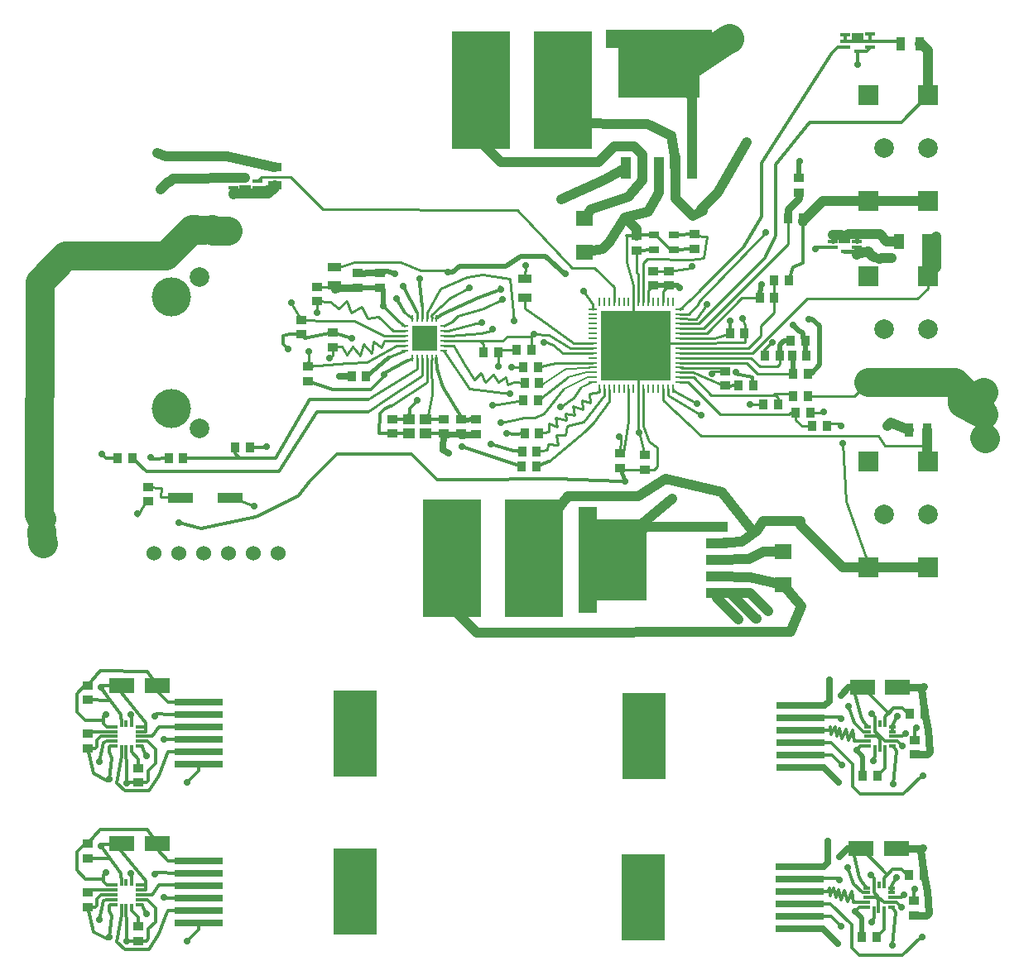
<source format=gtl>
G04 (created by PCBNEW (2013-jul-07)-stable) date Tue 21 Jul 2015 08:48:36 PM PDT*
%MOIN*%
G04 Gerber Fmt 3.4, Leading zero omitted, Abs format*
%FSLAX34Y34*%
G01*
G70*
G90*
G04 APERTURE LIST*
%ADD10C,0.00590551*%
%ADD11R,0.1024X0.063*%
%ADD12R,0.0354X0.0394*%
%ADD13R,0.0394X0.0354*%
%ADD14R,0.19685X0.0299213*%
%ADD15R,0.177165X0.346457*%
%ADD16R,0.0314961X0.011811*%
%ADD17R,0.011811X0.0314961*%
%ADD18R,0.0472441X0.0433071*%
%ADD19C,0.06*%
%ADD20R,0.1X0.039*%
%ADD21R,0.0393701X0.0314961*%
%ADD22R,0.00984252X0.0334646*%
%ADD23R,0.0334646X0.00984252*%
%ADD24R,0.281496X0.281496*%
%ADD25R,0.055X0.035*%
%ADD26R,0.035X0.055*%
%ADD27R,0.23622X0.472441*%
%ADD28R,0.0661417X0.0598425*%
%ADD29R,0.0394X0.0591*%
%ADD30R,0.0394X0.061*%
%ADD31C,0.15748*%
%ADD32C,0.0787402*%
%ADD33R,0.0307087X0.015748*%
%ADD34R,0.0472441X0.0393701*%
%ADD35R,0.0393701X0.0137795*%
%ADD36C,0.019685*%
%ADD37R,0.0984X0.0984*%
%ADD38O,0.0098X0.0315*%
%ADD39O,0.0315X0.0098*%
%ADD40C,0.023622*%
%ADD41C,0.0787*%
%ADD42R,0.0787X0.0787*%
%ADD43C,0.0307087*%
%ADD44R,0.425197X0.0751968*%
%ADD45R,0.042126X0.0850394*%
%ADD46R,0.327953X0.275197*%
%ADD47R,0.0751968X0.425197*%
%ADD48R,0.0850394X0.042126*%
%ADD49R,0.275197X0.327953*%
%ADD50C,0.0275591*%
%ADD51C,0.0393701*%
%ADD52C,0.00984252*%
%ADD53C,0.011811*%
%ADD54C,0.0314961*%
%ADD55C,0.019685*%
%ADD56C,0.0275591*%
%ADD57C,0.015748*%
%ADD58C,0.00787402*%
%ADD59C,0.0137795*%
%ADD60C,0.11811*%
%ADD61C,0.023622*%
G04 APERTURE END LIST*
G54D10*
G54D11*
X66928Y-53543D03*
X68346Y-53543D03*
G54D12*
X69429Y-54606D03*
X68837Y-54606D03*
X66948Y-57086D03*
X67540Y-57086D03*
G54D13*
X69055Y-56240D03*
X69055Y-55648D03*
G54D14*
X64448Y-56761D03*
X64448Y-55761D03*
X64448Y-54761D03*
X64448Y-55261D03*
X64448Y-54261D03*
X64448Y-56261D03*
G54D15*
X58129Y-55511D03*
G54D16*
X67135Y-55314D03*
X67135Y-55118D03*
X68139Y-55118D03*
X67135Y-55509D03*
X67135Y-55708D03*
X67135Y-55905D03*
G54D17*
X67440Y-56013D03*
X67624Y-56013D03*
X67834Y-56013D03*
G54D16*
X68139Y-55905D03*
X68139Y-55708D03*
X68139Y-55509D03*
X68139Y-55314D03*
G54D17*
X67834Y-55009D03*
X67631Y-55009D03*
X67440Y-55009D03*
G54D11*
X38571Y-53346D03*
X37153Y-53346D03*
G54D13*
X35783Y-53921D03*
X35783Y-53329D03*
X37818Y-57260D03*
X37818Y-56668D03*
X35787Y-55886D03*
X35787Y-55294D03*
G54D14*
X40236Y-54025D03*
X40236Y-55025D03*
X40236Y-56025D03*
X40236Y-55525D03*
X40236Y-56525D03*
X40236Y-54525D03*
G54D15*
X46555Y-55275D03*
G54D16*
X36830Y-55196D03*
X36830Y-55000D03*
X37834Y-55000D03*
X36830Y-55391D03*
X36830Y-55590D03*
X36830Y-55787D03*
G54D17*
X37135Y-55895D03*
X37318Y-55895D03*
X37529Y-55895D03*
G54D16*
X37834Y-55787D03*
X37834Y-55590D03*
X37834Y-55391D03*
X37834Y-55196D03*
G54D17*
X37529Y-54891D03*
X37326Y-54891D03*
X37135Y-54891D03*
G54D18*
X49389Y-36240D03*
X48720Y-36240D03*
X49389Y-36791D03*
X48720Y-36791D03*
G54D19*
X42436Y-41618D03*
X43436Y-41620D03*
X38444Y-41618D03*
X39444Y-41620D03*
X41440Y-41620D03*
X40440Y-41618D03*
G54D20*
X39511Y-39409D03*
X41511Y-39409D03*
G54D21*
X58582Y-29389D03*
X59370Y-29389D03*
X58582Y-28799D03*
X59370Y-28799D03*
G54D22*
X59137Y-35015D03*
X59334Y-35015D03*
X57956Y-35015D03*
X58153Y-35015D03*
X58547Y-35015D03*
X58350Y-35015D03*
X58940Y-35015D03*
X58744Y-35015D03*
X57169Y-35015D03*
X57366Y-35015D03*
X57759Y-35015D03*
X57562Y-35015D03*
X56775Y-35015D03*
X56972Y-35015D03*
X56578Y-35015D03*
X56381Y-35015D03*
G54D23*
X56106Y-34740D03*
X56106Y-34543D03*
X56106Y-34149D03*
X56106Y-34346D03*
X56106Y-33559D03*
X56106Y-33362D03*
X56106Y-33755D03*
X56106Y-33952D03*
X56106Y-32377D03*
X56106Y-32181D03*
X56106Y-32771D03*
X56106Y-32574D03*
X56106Y-32968D03*
X56106Y-33165D03*
X56106Y-31787D03*
X56106Y-31984D03*
G54D22*
X56381Y-31511D03*
X56578Y-31511D03*
X56972Y-31511D03*
X56775Y-31511D03*
X57562Y-31511D03*
X57759Y-31511D03*
X57366Y-31511D03*
X57169Y-31511D03*
X58744Y-31511D03*
X58940Y-31511D03*
X58350Y-31511D03*
X58547Y-31511D03*
X58153Y-31511D03*
X57956Y-31511D03*
X59334Y-31511D03*
X59137Y-31511D03*
G54D23*
X59610Y-31984D03*
X59610Y-31787D03*
X59610Y-33165D03*
X59610Y-32968D03*
X59610Y-32574D03*
X59610Y-32763D03*
X59610Y-32181D03*
X59610Y-32377D03*
X59610Y-33952D03*
X59610Y-33755D03*
X59610Y-33362D03*
X59610Y-33559D03*
X59610Y-34346D03*
X59610Y-34149D03*
X59610Y-34543D03*
X59610Y-34740D03*
G54D24*
X57858Y-33263D03*
G54D25*
X53385Y-31319D03*
X53385Y-30569D03*
G54D12*
X46396Y-34488D03*
X46988Y-34488D03*
X53957Y-36791D03*
X53365Y-36791D03*
X53858Y-37519D03*
X53266Y-37519D03*
X53839Y-38149D03*
X53247Y-38149D03*
X53918Y-34133D03*
X53326Y-34133D03*
X53957Y-34763D03*
X53365Y-34763D03*
X53918Y-35472D03*
X53326Y-35472D03*
G54D13*
X45629Y-33327D03*
X45629Y-32735D03*
X44645Y-34113D03*
X44645Y-34705D03*
X45000Y-31477D03*
X45000Y-30885D03*
X44370Y-32223D03*
X44370Y-32815D03*
G54D12*
X37579Y-37795D03*
X36987Y-37795D03*
G54D13*
X57204Y-37617D03*
X57204Y-38209D03*
G54D12*
X39626Y-37795D03*
X39034Y-37795D03*
X42303Y-37362D03*
X41711Y-37362D03*
X61987Y-34881D03*
X62579Y-34881D03*
X63642Y-33681D03*
X63050Y-33681D03*
X62833Y-31338D03*
X63425Y-31338D03*
X63424Y-30629D03*
X64016Y-30629D03*
X64959Y-36515D03*
X65551Y-36515D03*
X64666Y-33051D03*
X64074Y-33051D03*
X64764Y-34389D03*
X64172Y-34389D03*
X64133Y-33681D03*
X64725Y-33681D03*
G54D26*
X69272Y-21102D03*
X68522Y-21102D03*
X69587Y-36653D03*
X68837Y-36653D03*
G54D12*
X52303Y-33543D03*
X51711Y-33543D03*
G54D13*
X46653Y-30333D03*
X46653Y-30925D03*
X50826Y-36811D03*
X50826Y-36219D03*
X51417Y-36831D03*
X51417Y-36239D03*
X50118Y-36811D03*
X50118Y-36219D03*
X48051Y-36811D03*
X48051Y-36219D03*
X47559Y-30333D03*
X47559Y-30925D03*
X61437Y-34290D03*
X61437Y-34882D03*
G54D12*
X53050Y-33425D03*
X53642Y-33425D03*
X62225Y-32755D03*
X61633Y-32755D03*
G54D13*
X59173Y-30255D03*
X59173Y-30847D03*
X57864Y-28837D03*
X57864Y-29429D03*
X60196Y-29370D03*
X60196Y-28778D03*
X58543Y-30255D03*
X58543Y-30847D03*
X58208Y-37676D03*
X58208Y-38268D03*
X38228Y-39547D03*
X38228Y-38955D03*
G54D27*
X54921Y-22952D03*
X51614Y-22952D03*
X53740Y-41850D03*
X50433Y-41850D03*
G54D28*
X55787Y-28149D03*
X55787Y-29488D03*
X63779Y-42893D03*
X63779Y-41555D03*
G54D25*
X43307Y-26062D03*
X43307Y-26812D03*
G54D12*
X64882Y-35964D03*
X64290Y-35964D03*
G54D29*
X69591Y-29061D03*
G54D30*
X68439Y-29057D03*
G54D12*
X64172Y-35295D03*
X64764Y-35295D03*
G54D13*
X64409Y-26495D03*
X64409Y-27087D03*
G54D12*
X63975Y-28149D03*
X64567Y-28149D03*
X62971Y-35649D03*
X63563Y-35649D03*
G54D25*
X45708Y-30097D03*
X45708Y-30847D03*
G54D31*
X39146Y-35793D03*
X39146Y-31293D03*
G54D32*
X40295Y-30494D03*
X40295Y-36592D03*
G54D33*
X42125Y-26485D03*
G54D34*
X42125Y-27000D03*
G54D35*
X42618Y-27145D03*
X42618Y-26889D03*
X42618Y-26633D03*
X41633Y-26633D03*
X41633Y-26889D03*
X41633Y-27165D03*
G54D36*
X42125Y-27000D03*
G54D33*
X66771Y-21388D03*
G54D34*
X66771Y-20874D03*
G54D35*
X66279Y-20728D03*
X66279Y-20984D03*
X66279Y-21240D03*
X67263Y-21240D03*
X67263Y-20984D03*
X67263Y-20708D03*
G54D36*
X66771Y-20874D03*
G54D33*
X66259Y-29459D03*
G54D34*
X66259Y-28944D03*
G54D35*
X65767Y-28799D03*
X65767Y-29055D03*
X65767Y-29311D03*
X66751Y-29311D03*
X66751Y-29055D03*
X66751Y-28779D03*
G54D36*
X66259Y-28944D03*
G54D37*
X49334Y-32964D03*
G54D38*
X48842Y-33751D03*
X49039Y-33751D03*
X49236Y-33751D03*
X49432Y-33751D03*
X49629Y-33751D03*
X49826Y-33751D03*
G54D39*
X50121Y-33456D03*
X50121Y-33259D03*
X50121Y-33062D03*
X50121Y-32866D03*
X50121Y-32669D03*
X50121Y-32472D03*
G54D38*
X49826Y-32177D03*
X49629Y-32177D03*
X49432Y-32177D03*
X49236Y-32177D03*
X49039Y-32177D03*
X48842Y-32177D03*
G54D39*
X48547Y-32472D03*
X48547Y-32669D03*
X48547Y-32866D03*
X48547Y-33062D03*
X48547Y-33259D03*
X48547Y-33456D03*
G54D40*
X49334Y-32964D03*
X49034Y-32664D03*
X49034Y-33264D03*
X49634Y-32664D03*
X49634Y-33264D03*
G54D41*
X67834Y-40078D03*
G54D42*
X69606Y-42208D03*
X67204Y-42208D03*
X69606Y-37946D03*
X67204Y-37946D03*
G54D41*
X69606Y-40078D03*
X67834Y-25314D03*
G54D42*
X69606Y-27444D03*
X67204Y-27444D03*
X69606Y-23182D03*
X67204Y-23182D03*
G54D41*
X69606Y-25314D03*
X67834Y-32598D03*
G54D42*
X69606Y-34728D03*
X67204Y-34728D03*
X69606Y-30466D03*
X67204Y-30466D03*
G54D41*
X69606Y-32598D03*
G54D43*
X60551Y-20984D03*
X57007Y-20984D03*
X59960Y-22755D03*
X59960Y-22165D03*
X59960Y-21574D03*
X59960Y-20984D03*
X58779Y-22755D03*
X58779Y-22165D03*
X58779Y-21574D03*
X58779Y-20984D03*
X59370Y-20984D03*
X59370Y-21574D03*
X59370Y-22165D03*
X59370Y-22755D03*
X58188Y-22755D03*
X58188Y-22165D03*
X58188Y-21574D03*
X58188Y-20984D03*
X57598Y-20984D03*
X57598Y-21574D03*
X57598Y-22165D03*
G54D44*
X58779Y-20901D03*
G54D45*
X59448Y-26102D03*
X60118Y-26102D03*
X58779Y-26102D03*
X58110Y-26102D03*
X57440Y-26102D03*
G54D46*
X58779Y-21899D03*
G54D43*
X57598Y-22755D03*
X55984Y-40118D03*
X55984Y-43661D03*
X57755Y-40708D03*
X57165Y-40708D03*
X56574Y-40708D03*
X55984Y-40708D03*
X57755Y-41889D03*
X57165Y-41889D03*
X56574Y-41889D03*
X55984Y-41889D03*
X55984Y-41299D03*
X56574Y-41299D03*
X57165Y-41299D03*
X57755Y-41299D03*
X57755Y-42480D03*
X57165Y-42480D03*
X56574Y-42480D03*
X55984Y-42480D03*
X55984Y-43070D03*
X56574Y-43070D03*
X57165Y-43070D03*
G54D47*
X55901Y-41889D03*
G54D48*
X61102Y-41220D03*
X61102Y-40551D03*
X61102Y-41889D03*
X61102Y-42559D03*
X61102Y-43228D03*
G54D49*
X56899Y-41889D03*
G54D43*
X57755Y-43070D03*
G54D16*
X36830Y-48818D03*
X36830Y-48622D03*
X37834Y-48622D03*
X36830Y-49013D03*
X36830Y-49212D03*
X36830Y-49409D03*
G54D17*
X37135Y-49517D03*
X37318Y-49517D03*
X37529Y-49517D03*
G54D16*
X37834Y-49409D03*
X37834Y-49212D03*
X37834Y-49013D03*
X37834Y-48818D03*
G54D17*
X37529Y-48513D03*
X37326Y-48513D03*
X37135Y-48513D03*
G54D14*
X40236Y-47647D03*
X40236Y-48647D03*
X40236Y-49647D03*
X40236Y-49147D03*
X40236Y-50147D03*
X40236Y-48147D03*
G54D15*
X46555Y-48897D03*
G54D13*
X35787Y-49508D03*
X35787Y-48916D03*
X37818Y-50882D03*
X37818Y-50290D03*
X35783Y-47544D03*
X35783Y-46952D03*
G54D11*
X38571Y-46968D03*
X37153Y-46968D03*
G54D16*
X67175Y-48818D03*
X67175Y-48622D03*
X68179Y-48622D03*
X67175Y-49013D03*
X67175Y-49212D03*
X67175Y-49409D03*
G54D17*
X67480Y-49517D03*
X67663Y-49517D03*
X67874Y-49517D03*
G54D16*
X68179Y-49409D03*
X68179Y-49212D03*
X68179Y-49013D03*
X68179Y-48818D03*
G54D17*
X67874Y-48513D03*
X67671Y-48513D03*
X67480Y-48513D03*
G54D14*
X64488Y-50265D03*
X64488Y-49265D03*
X64488Y-48265D03*
X64488Y-48765D03*
X64488Y-47765D03*
X64488Y-49765D03*
G54D15*
X58169Y-49015D03*
G54D13*
X69094Y-49744D03*
X69094Y-49152D03*
G54D12*
X66987Y-50590D03*
X67579Y-50590D03*
X69469Y-48110D03*
X68877Y-48110D03*
G54D11*
X66968Y-47047D03*
X68386Y-47047D03*
G54D50*
X66181Y-37185D03*
X66102Y-36515D03*
X64468Y-40334D03*
X46417Y-32952D03*
X43858Y-33385D03*
X47665Y-31681D03*
X47716Y-34429D03*
X52401Y-30984D03*
X60728Y-31594D03*
X55757Y-31082D03*
X52480Y-31417D03*
X52401Y-36377D03*
X51141Y-30944D03*
X52076Y-32598D03*
X54803Y-35748D03*
X65590Y-53228D03*
X69409Y-53503D03*
X67322Y-54606D03*
X69546Y-56240D03*
X68346Y-54685D03*
X66692Y-56062D03*
X68543Y-55905D03*
X37358Y-57271D03*
X36641Y-57102D03*
X36299Y-53425D03*
X39779Y-57251D03*
X57401Y-28110D03*
X59311Y-39429D03*
X62440Y-41850D03*
X65413Y-35925D03*
X62440Y-35629D03*
X60905Y-34389D03*
X67204Y-29468D03*
X68129Y-29744D03*
X67775Y-29724D03*
X67440Y-29704D03*
X66771Y-21929D03*
X61614Y-20905D03*
X67992Y-36496D03*
X42992Y-37322D03*
X49055Y-35472D03*
X37795Y-40039D03*
X52322Y-34094D03*
X53405Y-30039D03*
X60098Y-30078D03*
X62145Y-32165D03*
X57972Y-36751D03*
X50314Y-37598D03*
X48149Y-30354D03*
X45905Y-34488D03*
X39779Y-50874D03*
X36299Y-47047D03*
X36641Y-50724D03*
X37358Y-50893D03*
X68582Y-49409D03*
X66732Y-49566D03*
X68385Y-48188D03*
X69585Y-49744D03*
X67362Y-48110D03*
X69448Y-47007D03*
X65629Y-46732D03*
X64448Y-25826D03*
X38700Y-26968D03*
X38307Y-37755D03*
X68661Y-55393D03*
X69370Y-57086D03*
X69409Y-50590D03*
X68700Y-48897D03*
X68188Y-57440D03*
X66102Y-56653D03*
X38149Y-56181D03*
X38464Y-54566D03*
X38464Y-48188D03*
X38149Y-49803D03*
X66141Y-50157D03*
X68228Y-50944D03*
X52086Y-35669D03*
X51653Y-32322D03*
X50846Y-37322D03*
X48228Y-31358D03*
X52007Y-37224D03*
X48464Y-30866D03*
X52637Y-36811D03*
X49133Y-30551D03*
X66377Y-54291D03*
X69094Y-55157D03*
X69133Y-48661D03*
X66417Y-47795D03*
X52795Y-35196D03*
X52834Y-34133D03*
X60466Y-36059D03*
X60314Y-35590D03*
X45511Y-33779D03*
X44685Y-33503D03*
X36259Y-56417D03*
X38858Y-55511D03*
X38858Y-49133D03*
X36259Y-50039D03*
X66062Y-54803D03*
X67362Y-56496D03*
X67401Y-50000D03*
X66102Y-48307D03*
X64803Y-32185D03*
X62913Y-30807D03*
X38582Y-25511D03*
X63090Y-28700D03*
X65078Y-29370D03*
X45000Y-31929D03*
X43976Y-31535D03*
X64173Y-32440D03*
X55000Y-30354D03*
X62322Y-25078D03*
X60137Y-28031D03*
X39448Y-40393D03*
X59625Y-30944D03*
X61653Y-32263D03*
X50275Y-30314D03*
X53740Y-32795D03*
X57401Y-38740D03*
X61889Y-34350D03*
X61968Y-44291D03*
X62716Y-44251D03*
X63188Y-43976D03*
X71830Y-35137D03*
X41476Y-28582D03*
X40964Y-28582D03*
X40511Y-28562D03*
X33917Y-40177D03*
X33937Y-40728D03*
X33976Y-41240D03*
X70964Y-35551D03*
X63346Y-33129D03*
X71889Y-36968D03*
X71850Y-36023D03*
X54842Y-27362D03*
X65984Y-57362D03*
X66062Y-53858D03*
X37519Y-54519D03*
X36507Y-54511D03*
X36507Y-48133D03*
X37519Y-48141D03*
X66102Y-47362D03*
X66023Y-50866D03*
X36338Y-37637D03*
X52952Y-32283D03*
X54133Y-33149D03*
X57185Y-36929D03*
X42480Y-39724D03*
G54D51*
X64468Y-40334D02*
X64468Y-40492D01*
X66185Y-42208D02*
X67204Y-42208D01*
X64468Y-40492D02*
X66185Y-42208D01*
X69606Y-42208D02*
X67204Y-42208D01*
G54D52*
X67204Y-42208D02*
X67204Y-42066D01*
X67204Y-42066D02*
X66299Y-39527D01*
X66299Y-39527D02*
X66181Y-37185D01*
X66102Y-36515D02*
X65984Y-36397D01*
X65984Y-36397D02*
X65670Y-36397D01*
X65670Y-36397D02*
X65551Y-36515D01*
G54D51*
X62696Y-40748D02*
X62539Y-40748D01*
X53740Y-41102D02*
X53740Y-41850D01*
X55118Y-39330D02*
X53740Y-41102D01*
X57952Y-39330D02*
X55118Y-39330D01*
X59055Y-38622D02*
X57952Y-39330D01*
X61299Y-39173D02*
X59055Y-38622D01*
X62539Y-40748D02*
X61299Y-39173D01*
X61102Y-41220D02*
X62125Y-41181D01*
X62992Y-40334D02*
X64468Y-40334D01*
X62125Y-41181D02*
X62696Y-40748D01*
X62696Y-40748D02*
X62992Y-40334D01*
G54D53*
X64016Y-30629D02*
X64192Y-30098D01*
X64587Y-29941D02*
X64587Y-28267D01*
X64192Y-30098D02*
X64587Y-29941D01*
G54D51*
X64587Y-28267D02*
X64587Y-28247D01*
X65389Y-27444D02*
X67204Y-27444D01*
X64587Y-28247D02*
X65389Y-27444D01*
X69606Y-27444D02*
X67204Y-27444D01*
G54D53*
X45629Y-32735D02*
X46398Y-32971D01*
X46398Y-32971D02*
X46417Y-32952D01*
X45629Y-32735D02*
X44526Y-32971D01*
X44526Y-32971D02*
X44370Y-32815D01*
G54D52*
X45000Y-30885D02*
X45671Y-30885D01*
X45671Y-30885D02*
X45708Y-30847D01*
G54D53*
X47716Y-34429D02*
X47716Y-34488D01*
X45648Y-35039D02*
X44645Y-34705D01*
X47165Y-35039D02*
X45648Y-35039D01*
X47716Y-34488D02*
X47165Y-35039D01*
X44370Y-32815D02*
X43897Y-32795D01*
X43661Y-33188D02*
X43858Y-33385D01*
X43661Y-32874D02*
X43661Y-33188D01*
X43897Y-32795D02*
X43661Y-32874D01*
G54D54*
X45708Y-30847D02*
X45708Y-30984D01*
X45708Y-30984D02*
X45925Y-30925D01*
X45925Y-30925D02*
X46653Y-30925D01*
G54D55*
X47665Y-31681D02*
X47665Y-30992D01*
X47665Y-30992D02*
X47559Y-30925D01*
G54D56*
X46665Y-30937D02*
X46791Y-30945D01*
G54D55*
X46791Y-30945D02*
X46818Y-30918D01*
X46818Y-30918D02*
X47559Y-30925D01*
G54D52*
X48547Y-32472D02*
X48416Y-32376D01*
X48416Y-32376D02*
X48316Y-32302D01*
G54D57*
X47692Y-34414D02*
X47692Y-34411D01*
G54D53*
X48629Y-33877D02*
X47692Y-34411D01*
G54D52*
X48842Y-33751D02*
X48629Y-33877D01*
G54D57*
X47716Y-34429D02*
X47692Y-34414D01*
G54D52*
X48316Y-32302D02*
X47665Y-31681D01*
G54D58*
X56106Y-34346D02*
X55885Y-34350D01*
G54D52*
X55118Y-34527D02*
X53918Y-35472D01*
G54D58*
X55885Y-34350D02*
X55118Y-34527D01*
G54D52*
X60275Y-32185D02*
X60275Y-32185D01*
G54D53*
X52378Y-30906D02*
X52378Y-30906D01*
X52401Y-30984D02*
X52378Y-30906D01*
X49826Y-32177D02*
X50035Y-32016D01*
X50035Y-32016D02*
X51515Y-31338D01*
X51515Y-31338D02*
X52425Y-30988D01*
G54D52*
X60275Y-32185D02*
X59610Y-32181D01*
X60275Y-32185D02*
X60728Y-31594D01*
X56106Y-31787D02*
X56106Y-31594D01*
X50440Y-32315D02*
X50664Y-32077D01*
X50664Y-32077D02*
X51722Y-31761D01*
X51722Y-31761D02*
X52480Y-31417D01*
X50440Y-32315D02*
X50121Y-32472D01*
X56106Y-31594D02*
X55757Y-31082D01*
G54D58*
X56106Y-34543D02*
X55905Y-34547D01*
X55905Y-34547D02*
X54921Y-35039D01*
G54D52*
X54921Y-35039D02*
X54133Y-35984D01*
X54133Y-35984D02*
X53779Y-36181D01*
X53779Y-36181D02*
X53346Y-36181D01*
X53346Y-36181D02*
X52913Y-36259D01*
X52913Y-36259D02*
X52401Y-36377D01*
X51141Y-30944D02*
X50374Y-31338D01*
X49625Y-32027D02*
X49629Y-32177D01*
X49625Y-32027D02*
X50374Y-31338D01*
G54D58*
X55885Y-34153D02*
X56106Y-34149D01*
X55885Y-34153D02*
X55039Y-34212D01*
X55039Y-34212D02*
X54094Y-34826D01*
G54D52*
X53957Y-34763D02*
X54094Y-34826D01*
X56106Y-33952D02*
X54645Y-33956D01*
X54637Y-33964D02*
X54448Y-34015D01*
X54039Y-34086D02*
X53918Y-34133D01*
X54448Y-34015D02*
X54039Y-34086D01*
X54645Y-33956D02*
X54637Y-33964D01*
X51614Y-32775D02*
X52017Y-32657D01*
X50354Y-32874D02*
X51614Y-32775D01*
X50121Y-32866D02*
X50354Y-32874D01*
X52017Y-32657D02*
X52076Y-32598D01*
G54D58*
X56106Y-34740D02*
X55602Y-34960D01*
G54D52*
X55602Y-34960D02*
X55354Y-35354D01*
X54803Y-35748D02*
X55361Y-35359D01*
X55354Y-35354D02*
X55361Y-35359D01*
X52076Y-32598D02*
X52084Y-32592D01*
X54271Y-37480D02*
X54311Y-37244D01*
X56582Y-35007D02*
X56579Y-35011D01*
X56578Y-35267D02*
X55748Y-36338D01*
X54271Y-37480D02*
X53858Y-37519D01*
X55078Y-36515D02*
X55019Y-36870D01*
X55748Y-36338D02*
X55078Y-36515D01*
X56578Y-35267D02*
X56579Y-35011D01*
X54645Y-36870D02*
X55019Y-36870D01*
X54704Y-37263D02*
X54645Y-36870D01*
X54311Y-37244D02*
X54704Y-37263D01*
X56775Y-35492D02*
X56775Y-35019D01*
X56775Y-35476D02*
X56775Y-35492D01*
X56775Y-35492D02*
X56161Y-36354D01*
X56161Y-36354D02*
X55787Y-36732D01*
X55787Y-36732D02*
X54330Y-37933D01*
G54D53*
X54330Y-37933D02*
X53839Y-38149D01*
G54D52*
X56381Y-35015D02*
X56377Y-35137D01*
X56377Y-35137D02*
X55964Y-35196D01*
X55964Y-35196D02*
X56023Y-35551D01*
X56023Y-35551D02*
X55669Y-35452D01*
X55669Y-35452D02*
X55708Y-35826D01*
X55708Y-35826D02*
X55314Y-35708D01*
X55314Y-35708D02*
X55393Y-36062D01*
X55393Y-36062D02*
X55000Y-35984D01*
X55000Y-35984D02*
X55039Y-36259D01*
X55039Y-36259D02*
X54606Y-36181D01*
X54606Y-36181D02*
X54685Y-36535D01*
X54685Y-36535D02*
X54330Y-36417D01*
X54330Y-36417D02*
X54330Y-36732D01*
X54330Y-36732D02*
X53957Y-36791D01*
G54D56*
X65423Y-54261D02*
X65590Y-54094D01*
X65590Y-54094D02*
X65590Y-53228D01*
X64448Y-54261D02*
X65423Y-54261D01*
G54D54*
X69370Y-53543D02*
X69409Y-53503D01*
X69370Y-53543D02*
X68346Y-53543D01*
X69311Y-53601D02*
X69409Y-53503D01*
X69429Y-54606D02*
X69311Y-53601D01*
X69566Y-55236D02*
X69429Y-54606D01*
X69645Y-56141D02*
X69566Y-55236D01*
X69546Y-56240D02*
X69645Y-56141D01*
X69055Y-56240D02*
X69546Y-56240D01*
G54D53*
X67440Y-54724D02*
X67322Y-54606D01*
X67440Y-55009D02*
X67440Y-54724D01*
X68139Y-55314D02*
X68139Y-55118D01*
X68139Y-55049D02*
X68346Y-54685D01*
X68139Y-55118D02*
X68139Y-55049D01*
X66850Y-55905D02*
X66692Y-56062D01*
X67135Y-55905D02*
X66850Y-55905D01*
X67624Y-55498D02*
X67440Y-55314D01*
X67440Y-55314D02*
X67440Y-55009D01*
X67834Y-55708D02*
X67624Y-55498D01*
X68139Y-55708D02*
X67834Y-55708D01*
X67624Y-55616D02*
X67624Y-55498D01*
X67624Y-56013D02*
X67624Y-55616D01*
G54D55*
X66948Y-56318D02*
X66692Y-56062D01*
X66948Y-57086D02*
X66948Y-56318D01*
G54D53*
X67517Y-55509D02*
X67624Y-55616D01*
X67135Y-55509D02*
X67517Y-55509D01*
X68346Y-55708D02*
X68543Y-55905D01*
X68139Y-55708D02*
X68346Y-55708D01*
X35783Y-53921D02*
X36673Y-53937D01*
X38070Y-55000D02*
X38110Y-54960D01*
X38110Y-54960D02*
X38110Y-54842D01*
X37834Y-55000D02*
X38070Y-55000D01*
X36015Y-56891D02*
X35787Y-55886D01*
X36301Y-55391D02*
X36141Y-55551D01*
X36141Y-55551D02*
X36141Y-55826D01*
X36141Y-55826D02*
X36081Y-55886D01*
X36081Y-55886D02*
X35787Y-55886D01*
X36830Y-55391D02*
X36301Y-55391D01*
X37330Y-56530D02*
X37358Y-57271D01*
X37322Y-56062D02*
X37330Y-56530D01*
X36641Y-57102D02*
X36561Y-57183D01*
X36561Y-57183D02*
X36015Y-56891D01*
X37318Y-55895D02*
X37322Y-56062D01*
X36653Y-55826D02*
X36692Y-55787D01*
X36692Y-55787D02*
X36830Y-55787D01*
X36641Y-57102D02*
X36757Y-56265D01*
X36653Y-56023D02*
X36757Y-56265D01*
X36653Y-56023D02*
X36653Y-55826D01*
X36309Y-53435D02*
X36299Y-53425D01*
X36299Y-53425D02*
X36673Y-53937D01*
X36299Y-53425D02*
X36299Y-53425D01*
X37121Y-54525D02*
X36309Y-53435D01*
X37135Y-54891D02*
X37121Y-54525D01*
X36314Y-53354D02*
X36299Y-53425D01*
X37153Y-53346D02*
X36314Y-53354D01*
X37015Y-53484D02*
X37153Y-53346D01*
X38110Y-54842D02*
X37015Y-53484D01*
X40236Y-56795D02*
X39779Y-57251D01*
X40236Y-56525D02*
X40236Y-56795D01*
X37369Y-57260D02*
X37358Y-57271D01*
X37818Y-57260D02*
X37369Y-57260D01*
X38118Y-55196D02*
X38110Y-55188D01*
X38110Y-55188D02*
X38110Y-54842D01*
X37834Y-55196D02*
X38118Y-55196D01*
X38188Y-55590D02*
X38519Y-55921D01*
X38519Y-55921D02*
X38519Y-56484D01*
X38519Y-56484D02*
X38220Y-56783D01*
X38220Y-56783D02*
X38220Y-57181D01*
X38220Y-57181D02*
X38141Y-57260D01*
X38141Y-57260D02*
X37818Y-57260D01*
X37834Y-55590D02*
X38188Y-55590D01*
G54D51*
X57864Y-28837D02*
X57864Y-28572D01*
X56496Y-29370D02*
X56771Y-29094D01*
X56771Y-29094D02*
X57401Y-28110D01*
X55787Y-29488D02*
X56496Y-29370D01*
X58779Y-27086D02*
X58779Y-26102D01*
X58337Y-27876D02*
X58779Y-27086D01*
X57401Y-28110D02*
X58337Y-27876D01*
X57864Y-28572D02*
X57401Y-28110D01*
X56899Y-41889D02*
X56899Y-41446D01*
X56899Y-41446D02*
X59311Y-39429D01*
X61102Y-40551D02*
X58238Y-40551D01*
X58238Y-40551D02*
X56899Y-41889D01*
X63779Y-41555D02*
X62972Y-41555D01*
X62972Y-41555D02*
X62421Y-41870D01*
X61102Y-41889D02*
X62421Y-41870D01*
X62421Y-41870D02*
X62440Y-41850D01*
G54D52*
X64882Y-35964D02*
X65374Y-35964D01*
X65374Y-35964D02*
X65413Y-35925D01*
X62971Y-35649D02*
X62460Y-35649D01*
X62460Y-35649D02*
X62440Y-35629D01*
X61437Y-34290D02*
X61004Y-34290D01*
X61004Y-34290D02*
X60905Y-34389D01*
G54D51*
X67204Y-29468D02*
X67362Y-29625D01*
X67795Y-29744D02*
X68129Y-29744D01*
X67657Y-29783D02*
X67795Y-29744D01*
X67362Y-29625D02*
X67440Y-29704D01*
X67204Y-29468D02*
X66751Y-29566D01*
G54D57*
X67175Y-29341D02*
X67204Y-29468D01*
X66614Y-29459D02*
X67175Y-29341D01*
G54D51*
X66751Y-29566D02*
X66732Y-29586D01*
G54D53*
X66751Y-29311D02*
X66751Y-29350D01*
G54D57*
X66642Y-29459D02*
X66614Y-29459D01*
X66614Y-29459D02*
X66259Y-29459D01*
X66751Y-29350D02*
X66642Y-29459D01*
G54D59*
X66771Y-21388D02*
X66771Y-21929D01*
X67263Y-21240D02*
X67263Y-21279D01*
X67154Y-21388D02*
X66771Y-21388D01*
X67263Y-21279D02*
X67154Y-21388D01*
G54D51*
X60118Y-26102D02*
X60118Y-23238D01*
X60118Y-23238D02*
X58779Y-21899D01*
G54D60*
X58779Y-21899D02*
X60029Y-21899D01*
X61614Y-20866D02*
X61614Y-20905D01*
X60029Y-21899D02*
X61614Y-20866D01*
G54D51*
X68837Y-36653D02*
X68110Y-36377D01*
X68110Y-36377D02*
X67992Y-36496D01*
G54D53*
X42303Y-37362D02*
X42952Y-37362D01*
X42952Y-37362D02*
X42992Y-37322D01*
G54D52*
X57962Y-36801D02*
X57923Y-36702D01*
X57923Y-36702D02*
X57972Y-36751D01*
X57952Y-35157D02*
X57962Y-36801D01*
G54D59*
X50118Y-36811D02*
X49410Y-36811D01*
X49410Y-36811D02*
X49389Y-36791D01*
X48720Y-36240D02*
X48759Y-35787D01*
X48759Y-35787D02*
X49035Y-35492D01*
G54D52*
X49035Y-35492D02*
X49055Y-35472D01*
G54D59*
X48720Y-36240D02*
X48071Y-36240D01*
G54D52*
X48071Y-36240D02*
X48051Y-36219D01*
X38228Y-39547D02*
X38188Y-39448D01*
X37795Y-40118D02*
X37795Y-40039D01*
X38188Y-39448D02*
X37795Y-40118D01*
X52303Y-33543D02*
X52303Y-34075D01*
X52303Y-34075D02*
X52322Y-34094D01*
X53050Y-33425D02*
X52421Y-33425D01*
X52421Y-33425D02*
X52303Y-33543D01*
G54D61*
X50826Y-36811D02*
X50157Y-36851D01*
X50157Y-36851D02*
X50118Y-36811D01*
G54D52*
X53385Y-30569D02*
X53385Y-30511D01*
X53385Y-30511D02*
X53405Y-30039D01*
G54D59*
X58582Y-28799D02*
X57902Y-28799D01*
X57902Y-28799D02*
X57864Y-28837D01*
G54D52*
X59173Y-30255D02*
X58543Y-30255D01*
X59173Y-30255D02*
X60078Y-30118D01*
X60078Y-30118D02*
X60098Y-30078D01*
X62225Y-32755D02*
X62240Y-32441D01*
X62240Y-32441D02*
X62106Y-32125D01*
X62106Y-32125D02*
X62145Y-32165D01*
X62244Y-33149D02*
X62244Y-32774D01*
X59956Y-33165D02*
X62244Y-33149D01*
X59610Y-33165D02*
X59956Y-33165D01*
X62244Y-32774D02*
X62225Y-32755D01*
G54D53*
X58582Y-28799D02*
X58641Y-28799D01*
X59232Y-29389D02*
X59370Y-29389D01*
X58641Y-28799D02*
X59232Y-29389D01*
G54D56*
X50118Y-36811D02*
X50078Y-37480D01*
X50078Y-37480D02*
X50314Y-37598D01*
G54D52*
X59261Y-29320D02*
X59281Y-29320D01*
G54D53*
X59351Y-29390D02*
X60196Y-29370D01*
G54D52*
X59281Y-29320D02*
X59351Y-29390D01*
X57759Y-31511D02*
X57755Y-30826D01*
X57755Y-30826D02*
X57480Y-29901D01*
X57480Y-29901D02*
X57480Y-28956D01*
X57480Y-28956D02*
X57481Y-28837D01*
G54D53*
X57481Y-28837D02*
X57864Y-28837D01*
G54D52*
X57972Y-36751D02*
X58208Y-37676D01*
X59610Y-34149D02*
X59724Y-34153D01*
X59724Y-34153D02*
X59803Y-34153D01*
X59803Y-34153D02*
X61338Y-34173D01*
X61318Y-34291D02*
X61437Y-34290D01*
X61287Y-34291D02*
X61318Y-34291D01*
X61359Y-34188D02*
X61287Y-34291D01*
X61342Y-34177D02*
X61359Y-34188D01*
X61338Y-34173D02*
X61342Y-34177D01*
X57952Y-35157D02*
X57953Y-35019D01*
X57953Y-35019D02*
X57956Y-35015D01*
X59610Y-33165D02*
X57956Y-33165D01*
X57956Y-33165D02*
X57858Y-33263D01*
X57956Y-35015D02*
X57956Y-33362D01*
X57956Y-33362D02*
X57858Y-33263D01*
X57759Y-31511D02*
X57759Y-33165D01*
X57759Y-33165D02*
X57858Y-33263D01*
G54D55*
X46791Y-30353D02*
X46661Y-30341D01*
X46661Y-30341D02*
X46653Y-30333D01*
X47559Y-30333D02*
X47834Y-30255D01*
X47834Y-30255D02*
X48149Y-30354D01*
G54D56*
X46396Y-34488D02*
X45905Y-34488D01*
G54D52*
X57952Y-35145D02*
X57952Y-35157D01*
G54D56*
X47559Y-30333D02*
X47155Y-30331D01*
X47155Y-30331D02*
X46791Y-30353D01*
X51417Y-36831D02*
X50826Y-36890D01*
G54D53*
X37834Y-49212D02*
X38188Y-49212D01*
X38141Y-50882D02*
X37818Y-50882D01*
X38220Y-50803D02*
X38141Y-50882D01*
X38220Y-50405D02*
X38220Y-50803D01*
X38519Y-50106D02*
X38220Y-50405D01*
X38519Y-49543D02*
X38519Y-50106D01*
X38188Y-49212D02*
X38519Y-49543D01*
X37834Y-48818D02*
X38118Y-48818D01*
X38110Y-48811D02*
X38110Y-48464D01*
X38118Y-48818D02*
X38110Y-48811D01*
X37818Y-50882D02*
X37369Y-50882D01*
X37369Y-50882D02*
X37358Y-50893D01*
X40236Y-50147D02*
X40236Y-50417D01*
X40236Y-50417D02*
X39779Y-50874D01*
X38110Y-48464D02*
X37015Y-47106D01*
X37015Y-47106D02*
X37153Y-46968D01*
X37153Y-46968D02*
X36314Y-46976D01*
X36314Y-46976D02*
X36299Y-47047D01*
X37135Y-48513D02*
X37121Y-48147D01*
X37121Y-48147D02*
X36309Y-47057D01*
X36299Y-47047D02*
X36299Y-47047D01*
X36299Y-47047D02*
X36673Y-47559D01*
X36309Y-47057D02*
X36299Y-47047D01*
X36653Y-49645D02*
X36653Y-49448D01*
X36653Y-49645D02*
X36757Y-49887D01*
X36641Y-50724D02*
X36757Y-49887D01*
X36692Y-49409D02*
X36830Y-49409D01*
X36653Y-49448D02*
X36692Y-49409D01*
X37318Y-49517D02*
X37322Y-49685D01*
X36561Y-50805D02*
X36015Y-50513D01*
X36641Y-50724D02*
X36561Y-50805D01*
X37322Y-49685D02*
X37330Y-50152D01*
X37330Y-50152D02*
X37358Y-50893D01*
X36830Y-49013D02*
X36301Y-49013D01*
X36081Y-49508D02*
X35787Y-49508D01*
X36141Y-49448D02*
X36081Y-49508D01*
X36141Y-49173D02*
X36141Y-49448D01*
X36301Y-49013D02*
X36141Y-49173D01*
X36015Y-50513D02*
X35787Y-49508D01*
X37834Y-48622D02*
X38070Y-48622D01*
X38110Y-48582D02*
X38110Y-48464D01*
X38070Y-48622D02*
X38110Y-48582D01*
X35783Y-47544D02*
X36673Y-47559D01*
X68179Y-49212D02*
X68385Y-49212D01*
X68385Y-49212D02*
X68582Y-49409D01*
X67175Y-49013D02*
X67557Y-49013D01*
X67557Y-49013D02*
X67663Y-49120D01*
G54D55*
X66987Y-50590D02*
X66987Y-49822D01*
X66987Y-49822D02*
X66732Y-49566D01*
G54D53*
X67663Y-49517D02*
X67663Y-49120D01*
X67663Y-49120D02*
X67663Y-49001D01*
X68179Y-49212D02*
X67874Y-49212D01*
X67874Y-49212D02*
X67663Y-49001D01*
X67480Y-48818D02*
X67480Y-48513D01*
X67663Y-49001D02*
X67480Y-48818D01*
X67175Y-49409D02*
X66889Y-49409D01*
X66889Y-49409D02*
X66732Y-49566D01*
X68179Y-48622D02*
X68179Y-48553D01*
X68179Y-48553D02*
X68385Y-48188D01*
X68179Y-48818D02*
X68179Y-48622D01*
X67480Y-48513D02*
X67480Y-48228D01*
X67480Y-48228D02*
X67362Y-48110D01*
G54D54*
X69094Y-49744D02*
X69585Y-49744D01*
X69585Y-49744D02*
X69685Y-49645D01*
X69685Y-49645D02*
X69606Y-48740D01*
X69606Y-48740D02*
X69469Y-48110D01*
X69469Y-48110D02*
X69351Y-47105D01*
X69351Y-47105D02*
X69448Y-47007D01*
X69409Y-47047D02*
X68386Y-47047D01*
X69409Y-47047D02*
X69448Y-47007D01*
G54D56*
X64488Y-47765D02*
X65462Y-47765D01*
X65629Y-47598D02*
X65629Y-46732D01*
X65462Y-47765D02*
X65629Y-47598D01*
G54D55*
X64409Y-25866D02*
X64409Y-26495D01*
X64448Y-25826D02*
X64409Y-25866D01*
G54D51*
X38996Y-26673D02*
X39074Y-26673D01*
X39223Y-26524D02*
X42125Y-26485D01*
X39074Y-26673D02*
X39223Y-26524D01*
G54D59*
X41633Y-26633D02*
X38996Y-26673D01*
G54D51*
X38996Y-26673D02*
X38700Y-26968D01*
G54D59*
X42125Y-26485D02*
X39931Y-26524D01*
X39931Y-26524D02*
X41633Y-26633D01*
G54D53*
X39034Y-37795D02*
X38385Y-37834D01*
X38385Y-37834D02*
X38307Y-37755D01*
X68545Y-55509D02*
X68661Y-55393D01*
X69370Y-57086D02*
X69330Y-57086D01*
X65683Y-55761D02*
X64448Y-55761D01*
X68582Y-57834D02*
X69330Y-57086D01*
X66850Y-57834D02*
X68582Y-57834D01*
X66535Y-57519D02*
X66850Y-57834D01*
X66535Y-56614D02*
X66535Y-57519D01*
X65683Y-55761D02*
X66535Y-56614D01*
X68139Y-55509D02*
X68545Y-55509D01*
X38385Y-55393D02*
X38661Y-55000D01*
X38661Y-55000D02*
X40236Y-55025D01*
X37834Y-55391D02*
X38385Y-55393D01*
X37834Y-49013D02*
X38385Y-49015D01*
X38661Y-48622D02*
X40236Y-48647D01*
X38385Y-49015D02*
X38661Y-48622D01*
X68179Y-49013D02*
X68584Y-49013D01*
X65722Y-49265D02*
X66574Y-50118D01*
X66574Y-50118D02*
X66574Y-51023D01*
X66574Y-51023D02*
X66889Y-51338D01*
X66889Y-51338D02*
X68622Y-51338D01*
X68622Y-51338D02*
X69370Y-50590D01*
X65722Y-49265D02*
X64488Y-49265D01*
X69409Y-50590D02*
X69370Y-50590D01*
X68584Y-49013D02*
X68700Y-48897D01*
X68188Y-55905D02*
X68308Y-56102D01*
X68308Y-56102D02*
X68188Y-57440D01*
X66102Y-56653D02*
X65710Y-56261D01*
X65710Y-56261D02*
X64448Y-56261D01*
X68139Y-55905D02*
X68188Y-55905D01*
X37992Y-55787D02*
X38028Y-55947D01*
X38028Y-55947D02*
X38149Y-56181D01*
X38464Y-54606D02*
X38545Y-54525D01*
X38545Y-54486D02*
X40236Y-54564D01*
X37834Y-55787D02*
X37992Y-55787D01*
X37834Y-49409D02*
X37992Y-49409D01*
X38545Y-48108D02*
X40236Y-48187D01*
X38464Y-48228D02*
X38545Y-48147D01*
X38028Y-49569D02*
X38149Y-49803D01*
X37992Y-49409D02*
X38028Y-49569D01*
X68179Y-49409D02*
X68228Y-49409D01*
X65750Y-49765D02*
X64488Y-49765D01*
X66141Y-50157D02*
X65750Y-49765D01*
X68348Y-49606D02*
X68228Y-50944D01*
X68228Y-49409D02*
X68348Y-49606D01*
X41711Y-37362D02*
X41711Y-37617D01*
X41711Y-37617D02*
X41889Y-37795D01*
X47047Y-35444D02*
X44724Y-35433D01*
G54D52*
X49035Y-34192D02*
X47047Y-35444D01*
X49039Y-33751D02*
X49035Y-34192D01*
G54D53*
X43346Y-37795D02*
X41889Y-37795D01*
X41889Y-37795D02*
X39626Y-37795D01*
X44724Y-35433D02*
X43346Y-37795D01*
G54D52*
X50121Y-32669D02*
X50295Y-32677D01*
X52086Y-35669D02*
X53326Y-35472D01*
X51425Y-32370D02*
X51653Y-32322D01*
X50295Y-32677D02*
X51425Y-32370D01*
G54D53*
X43464Y-38346D02*
X38130Y-38346D01*
G54D52*
X49236Y-33751D02*
X49232Y-34468D01*
G54D53*
X45000Y-35944D02*
X43464Y-38346D01*
X47030Y-35945D02*
X45000Y-35944D01*
G54D52*
X49232Y-34468D02*
X47874Y-35354D01*
X47874Y-35354D02*
X47030Y-35945D01*
G54D53*
X38130Y-38346D02*
X37579Y-37795D01*
X53247Y-38149D02*
X50846Y-37322D01*
X48228Y-31358D02*
X48562Y-31925D01*
G54D52*
X48562Y-31925D02*
X48842Y-32177D01*
G54D53*
X53266Y-37519D02*
X52913Y-37500D01*
X52913Y-37500D02*
X52007Y-37224D01*
X48464Y-30866D02*
X49035Y-31948D01*
G54D52*
X49035Y-31948D02*
X49039Y-32177D01*
G54D53*
X53365Y-36791D02*
X52992Y-36850D01*
X52992Y-36850D02*
X52637Y-36811D01*
X49133Y-30551D02*
X49133Y-30807D01*
X49133Y-30807D02*
X49232Y-31673D01*
G54D52*
X49232Y-31673D02*
X49232Y-31672D01*
X49236Y-32177D02*
X49232Y-31672D01*
X49232Y-31672D02*
X49232Y-31651D01*
G54D53*
X66968Y-55314D02*
X66614Y-54960D01*
X66614Y-54960D02*
X66377Y-54291D01*
X69094Y-55157D02*
X69055Y-55196D01*
X69055Y-55196D02*
X69055Y-55648D01*
X67135Y-55314D02*
X66968Y-55314D01*
X35885Y-55196D02*
X35787Y-55294D01*
X36830Y-55196D02*
X35885Y-55196D01*
X36830Y-48818D02*
X35885Y-48818D01*
X35885Y-48818D02*
X35787Y-48916D01*
X67175Y-48818D02*
X67007Y-48818D01*
X69094Y-48700D02*
X69094Y-49152D01*
X69133Y-48661D02*
X69094Y-48700D01*
X66653Y-48464D02*
X66417Y-47795D01*
X67007Y-48818D02*
X66653Y-48464D01*
G54D52*
X48547Y-33456D02*
X48216Y-33590D01*
X48216Y-33590D02*
X47893Y-33744D01*
G54D57*
X47893Y-33744D02*
X46988Y-34488D01*
G54D59*
X48661Y-36811D02*
X48051Y-36811D01*
G54D52*
X48051Y-36811D02*
X48051Y-36811D01*
X49432Y-33751D02*
X49430Y-34724D01*
G54D53*
X47559Y-35984D02*
X47519Y-36811D01*
X47519Y-36811D02*
X48090Y-36811D01*
X47972Y-35708D02*
X47755Y-35787D01*
X47755Y-35787D02*
X47559Y-35984D01*
G54D52*
X49430Y-34724D02*
X47972Y-35708D01*
X49448Y-36220D02*
X49645Y-35236D01*
X49625Y-33917D02*
X49629Y-33751D01*
X49645Y-35236D02*
X49625Y-33917D01*
G54D59*
X49448Y-36220D02*
X50117Y-36220D01*
G54D52*
X50117Y-36220D02*
X50118Y-36219D01*
G54D59*
X61987Y-34881D02*
X61455Y-34901D01*
X61455Y-34901D02*
X61437Y-34882D01*
G54D52*
X59610Y-34346D02*
X60157Y-34350D01*
X60157Y-34350D02*
X61437Y-34897D01*
X61437Y-34897D02*
X61437Y-34882D01*
X57956Y-31511D02*
X57956Y-30397D01*
X57864Y-30305D02*
X57864Y-29429D01*
X57956Y-30397D02*
X57864Y-30305D01*
G54D53*
X57864Y-29429D02*
X58601Y-29410D01*
G54D52*
X58601Y-29410D02*
X58690Y-29320D01*
G54D53*
X67834Y-56792D02*
X67540Y-57086D01*
X67834Y-56013D02*
X67834Y-56792D01*
X37529Y-56021D02*
X37818Y-56311D01*
X37818Y-56311D02*
X37818Y-56668D01*
X37529Y-55895D02*
X37529Y-56021D01*
X37529Y-49517D02*
X37529Y-49643D01*
X37818Y-49933D02*
X37818Y-50290D01*
X37529Y-49643D02*
X37818Y-49933D01*
X67874Y-49517D02*
X67874Y-50296D01*
X67874Y-50296D02*
X67579Y-50590D01*
G54D52*
X38228Y-38955D02*
X38740Y-39015D01*
X38700Y-39370D02*
X39511Y-39409D01*
X38740Y-39015D02*
X38700Y-39370D01*
X60196Y-28778D02*
X60304Y-28808D01*
X58153Y-30665D02*
X58153Y-31511D01*
X58149Y-29921D02*
X58153Y-30665D01*
X60078Y-29784D02*
X58326Y-29763D01*
X58326Y-29763D02*
X58149Y-29921D01*
X60570Y-29744D02*
X60078Y-29784D01*
X60708Y-28877D02*
X60570Y-29744D01*
X60304Y-28808D02*
X60255Y-28838D01*
X60255Y-28838D02*
X60708Y-28877D01*
X59261Y-28868D02*
X59360Y-28868D01*
G54D53*
X59429Y-28798D02*
X60196Y-28778D01*
G54D52*
X59360Y-28868D02*
X59429Y-28798D01*
G54D55*
X51417Y-36239D02*
X50881Y-36274D01*
X50881Y-36274D02*
X50826Y-36219D01*
G54D53*
X49846Y-34184D02*
X50078Y-34921D01*
X50078Y-34921D02*
X50826Y-36140D01*
X49826Y-33751D02*
X49846Y-34184D01*
G54D52*
X50121Y-33259D02*
X50511Y-33267D01*
X50511Y-33267D02*
X50984Y-34055D01*
X50984Y-34055D02*
X51338Y-34645D01*
X51338Y-34645D02*
X51614Y-34370D01*
X51614Y-34370D02*
X51771Y-34724D01*
X51771Y-34724D02*
X52125Y-34448D01*
X52125Y-34448D02*
X52322Y-34724D01*
X52322Y-34724D02*
X52598Y-34527D01*
X52598Y-34527D02*
X52677Y-34842D01*
X52677Y-34842D02*
X52952Y-34724D01*
X52952Y-34724D02*
X53365Y-34763D01*
G54D53*
X41633Y-27165D02*
X41633Y-26889D01*
G54D51*
X42618Y-27145D02*
X41653Y-27145D01*
X41653Y-27145D02*
X41633Y-27165D01*
X42618Y-27145D02*
X42271Y-27145D01*
X42271Y-27145D02*
X42125Y-27000D01*
X43307Y-26812D02*
X43307Y-26889D01*
X43051Y-27145D02*
X42618Y-27145D01*
X43307Y-26889D02*
X43051Y-27145D01*
G54D59*
X41633Y-27165D02*
X41960Y-27165D01*
X41960Y-27165D02*
X42125Y-27000D01*
X42271Y-27145D02*
X42125Y-27000D01*
X42618Y-26889D02*
X42618Y-27145D01*
X42618Y-26889D02*
X43249Y-26870D01*
X43249Y-26870D02*
X43307Y-26812D01*
G54D52*
X52834Y-34133D02*
X53326Y-34133D01*
X50121Y-33456D02*
X51141Y-35000D01*
X51141Y-35000D02*
X52795Y-35196D01*
G54D57*
X65767Y-29055D02*
X65767Y-28799D01*
X66751Y-29055D02*
X66751Y-28779D01*
G54D51*
X65767Y-28799D02*
X66114Y-28799D01*
X66114Y-28799D02*
X66259Y-28944D01*
X66751Y-28779D02*
X66425Y-28779D01*
X66425Y-28779D02*
X66259Y-28944D01*
X68439Y-29057D02*
X67954Y-29057D01*
X67677Y-28779D02*
X66751Y-28779D01*
X67954Y-29057D02*
X67677Y-28779D01*
G54D59*
X66279Y-20984D02*
X66661Y-20984D01*
X66661Y-20984D02*
X66771Y-20874D01*
X67263Y-20984D02*
X66881Y-20984D01*
X66881Y-20984D02*
X66771Y-20874D01*
X67263Y-20708D02*
X67263Y-20984D01*
X66279Y-20984D02*
X66279Y-20728D01*
X67263Y-20984D02*
X68404Y-20984D01*
G54D53*
X68404Y-20984D02*
X68522Y-21102D01*
G54D51*
X50433Y-41850D02*
X50433Y-43818D01*
X64527Y-43779D02*
X63779Y-42893D01*
X64094Y-44803D02*
X64527Y-43779D01*
X51437Y-44822D02*
X64094Y-44803D01*
X50433Y-43818D02*
X51437Y-44822D01*
X61102Y-42559D02*
X62440Y-42598D01*
X62440Y-42598D02*
X63759Y-42913D01*
X63759Y-42913D02*
X63779Y-42893D01*
X58110Y-26102D02*
X58110Y-26614D01*
X55826Y-28110D02*
X55787Y-28149D01*
X56062Y-27755D02*
X55826Y-28110D01*
X57552Y-27253D02*
X56062Y-27755D01*
X58110Y-26614D02*
X57552Y-27253D01*
X58110Y-26102D02*
X58110Y-25551D01*
X51614Y-25078D02*
X51614Y-22952D01*
X52401Y-25866D02*
X51614Y-25078D01*
X56338Y-25866D02*
X52401Y-25866D01*
X56968Y-25236D02*
X56338Y-25866D01*
X57795Y-25236D02*
X56968Y-25236D01*
X58110Y-25551D02*
X57795Y-25236D01*
G54D52*
X59137Y-35279D02*
X60466Y-36059D01*
X59137Y-35015D02*
X59137Y-35279D01*
X59350Y-35078D02*
X60314Y-35590D01*
X59334Y-35015D02*
X59350Y-35078D01*
X47283Y-33110D02*
X47204Y-33582D01*
X48547Y-33062D02*
X47716Y-33070D01*
X47716Y-33070D02*
X47598Y-33346D01*
X47598Y-33346D02*
X47283Y-33110D01*
X46889Y-33188D02*
X46732Y-33661D01*
X46732Y-33661D02*
X46456Y-33307D01*
X46456Y-33307D02*
X46220Y-33622D01*
X46220Y-33622D02*
X46023Y-33307D01*
X46023Y-33307D02*
X45629Y-33327D01*
X47204Y-33582D02*
X46889Y-33188D01*
X45629Y-33327D02*
X45629Y-33661D01*
X45629Y-33661D02*
X45511Y-33779D01*
X44645Y-34113D02*
X44685Y-33700D01*
X44685Y-33700D02*
X44685Y-33503D01*
X48212Y-33263D02*
X47007Y-33937D01*
X48547Y-33259D02*
X48212Y-33263D01*
X46259Y-33976D02*
X44645Y-34113D01*
X47007Y-33937D02*
X46259Y-33976D01*
G54D53*
X66614Y-55708D02*
X66535Y-55275D01*
X65682Y-55399D02*
X65669Y-55433D01*
X65826Y-55118D02*
X65682Y-55399D01*
X65826Y-55118D02*
X65826Y-55118D01*
X65905Y-55511D02*
X65826Y-55118D01*
X66023Y-55196D02*
X65905Y-55511D01*
X66102Y-55590D02*
X66023Y-55196D01*
X66259Y-55236D02*
X66102Y-55590D01*
X66377Y-55669D02*
X66259Y-55236D01*
X66535Y-55275D02*
X66377Y-55669D01*
X67135Y-55708D02*
X66614Y-55708D01*
X65629Y-55118D02*
X65592Y-55261D01*
X65592Y-55261D02*
X64448Y-55261D01*
X65682Y-55399D02*
X65629Y-55118D01*
X36535Y-55590D02*
X36417Y-55629D01*
X36417Y-55629D02*
X36259Y-56417D01*
X38858Y-55511D02*
X38872Y-55525D01*
X38872Y-55525D02*
X40236Y-55525D01*
X36830Y-55590D02*
X36535Y-55590D01*
X36830Y-49212D02*
X36535Y-49212D01*
X38872Y-49147D02*
X40236Y-49147D01*
X38858Y-49133D02*
X38872Y-49147D01*
X36417Y-49251D02*
X36259Y-50039D01*
X36535Y-49212D02*
X36417Y-49251D01*
X65722Y-48903D02*
X65669Y-48622D01*
X65631Y-48765D02*
X64488Y-48765D01*
X65669Y-48622D02*
X65631Y-48765D01*
X67175Y-49212D02*
X66653Y-49212D01*
X66574Y-48779D02*
X66417Y-49173D01*
X66417Y-49173D02*
X66299Y-48740D01*
X66299Y-48740D02*
X66141Y-49094D01*
X66141Y-49094D02*
X66062Y-48700D01*
X66062Y-48700D02*
X65944Y-49015D01*
X65944Y-49015D02*
X65866Y-48622D01*
X65866Y-48622D02*
X65866Y-48622D01*
X65866Y-48622D02*
X65722Y-48903D01*
X65722Y-48903D02*
X65708Y-48937D01*
X66653Y-49212D02*
X66574Y-48779D01*
X65982Y-54722D02*
X66062Y-54803D01*
X67362Y-56496D02*
X67401Y-56456D01*
X67401Y-56456D02*
X67401Y-56377D01*
X67401Y-56377D02*
X67440Y-56338D01*
X67440Y-56338D02*
X67440Y-56013D01*
X64448Y-54761D02*
X65982Y-54722D01*
X36952Y-57295D02*
X37267Y-57594D01*
X37267Y-57594D02*
X38251Y-57594D01*
X38661Y-56968D02*
X38937Y-56181D01*
X38251Y-57594D02*
X38661Y-56968D01*
X38937Y-56181D02*
X39015Y-56023D01*
X39015Y-56023D02*
X39133Y-56023D01*
X39133Y-56023D02*
X40236Y-56025D01*
X36952Y-57295D02*
X36952Y-57295D01*
X37129Y-56188D02*
X36952Y-57295D01*
X37135Y-55895D02*
X37129Y-56188D01*
X37135Y-49517D02*
X37129Y-49811D01*
X37129Y-49811D02*
X36952Y-50917D01*
X36952Y-50917D02*
X36952Y-50917D01*
X39133Y-49645D02*
X40236Y-49647D01*
X39015Y-49645D02*
X39133Y-49645D01*
X38937Y-49803D02*
X39015Y-49645D01*
X38251Y-51216D02*
X38661Y-50590D01*
X38661Y-50590D02*
X38937Y-49803D01*
X37267Y-51216D02*
X38251Y-51216D01*
X36952Y-50917D02*
X37267Y-51216D01*
X64488Y-48265D02*
X66021Y-48226D01*
X67480Y-49842D02*
X67480Y-49517D01*
X67440Y-49881D02*
X67480Y-49842D01*
X67440Y-49960D02*
X67440Y-49881D01*
X67401Y-50000D02*
X67440Y-49960D01*
X66021Y-48226D02*
X66102Y-48307D01*
G54D52*
X59610Y-33362D02*
X62385Y-33362D01*
X63425Y-31928D02*
X63425Y-31338D01*
X62893Y-32460D02*
X63425Y-31928D01*
X62893Y-32854D02*
X62893Y-32460D01*
X62385Y-33362D02*
X62893Y-32854D01*
X63425Y-31338D02*
X63425Y-30631D01*
X63425Y-30631D02*
X63424Y-30629D01*
X58940Y-35015D02*
X58940Y-35476D01*
X67893Y-37303D02*
X69587Y-37303D01*
X67618Y-36909D02*
X67893Y-37303D01*
X60492Y-36909D02*
X67618Y-36909D01*
X58940Y-35476D02*
X60492Y-36909D01*
G54D51*
X69587Y-36653D02*
X69587Y-37303D01*
X69587Y-37303D02*
X69587Y-37927D01*
X69587Y-37927D02*
X69606Y-37946D01*
X69606Y-30466D02*
X69606Y-30433D01*
X69940Y-30098D02*
X69940Y-28877D01*
X69606Y-30433D02*
X69940Y-30098D01*
G54D52*
X59610Y-33559D02*
X62562Y-33559D01*
X69606Y-30964D02*
X69606Y-30466D01*
X69192Y-31377D02*
X69606Y-30964D01*
X64744Y-31377D02*
X69192Y-31377D01*
X62562Y-33559D02*
X64744Y-31377D01*
G54D51*
X69591Y-29061D02*
X69591Y-30451D01*
X69591Y-30451D02*
X69606Y-30466D01*
G54D53*
X63484Y-28818D02*
X63484Y-25964D01*
G54D52*
X60377Y-32377D02*
X63090Y-29665D01*
G54D53*
X63090Y-29665D02*
X63484Y-28818D01*
G54D52*
X59610Y-32377D02*
X60377Y-32377D01*
G54D53*
X68537Y-24251D02*
X69606Y-23182D01*
X64862Y-24251D02*
X68537Y-24251D01*
X63484Y-25964D02*
X64862Y-24251D01*
G54D51*
X69272Y-21102D02*
X69330Y-21102D01*
X69606Y-21378D02*
X69606Y-23182D01*
X69330Y-21102D02*
X69606Y-21378D01*
G54D55*
X64764Y-34389D02*
X64901Y-34389D01*
X64960Y-32185D02*
X64803Y-32185D01*
X65255Y-32480D02*
X64960Y-32185D01*
X65255Y-34035D02*
X65255Y-32480D01*
X64901Y-34389D02*
X65255Y-34035D01*
X62833Y-31338D02*
X62814Y-31299D01*
X62814Y-31299D02*
X62913Y-30807D01*
G54D52*
X59610Y-32763D02*
X60700Y-32763D01*
X62125Y-31338D02*
X62795Y-31338D01*
X60700Y-32763D02*
X62125Y-31338D01*
G54D51*
X43307Y-26062D02*
X43286Y-26062D01*
X38897Y-25629D02*
X38582Y-25511D01*
X41377Y-25629D02*
X38897Y-25629D01*
X43286Y-26062D02*
X41377Y-25629D01*
G54D52*
X64290Y-35964D02*
X64094Y-35964D01*
X59937Y-34740D02*
X59610Y-34740D01*
X61240Y-36043D02*
X59937Y-34740D01*
X64015Y-36043D02*
X61240Y-36043D01*
X64094Y-35964D02*
X64015Y-36043D01*
X64959Y-36515D02*
X64547Y-36515D01*
X64290Y-36259D02*
X64290Y-35964D01*
X64547Y-36515D02*
X64290Y-36259D01*
X59610Y-33755D02*
X62476Y-33755D01*
X63642Y-34015D02*
X63642Y-33681D01*
X63543Y-34114D02*
X63642Y-34015D01*
X62834Y-34114D02*
X63543Y-34114D01*
X62476Y-33755D02*
X62834Y-34114D01*
G54D55*
X64074Y-33051D02*
X63818Y-33051D01*
X63642Y-33227D02*
X63642Y-33681D01*
X63818Y-33051D02*
X63642Y-33227D01*
G54D52*
X59610Y-33952D02*
X62299Y-33952D01*
X62736Y-34389D02*
X64172Y-34389D01*
X62299Y-33952D02*
X62736Y-34389D01*
G54D55*
X64172Y-34389D02*
X64172Y-33720D01*
X64172Y-33720D02*
X64133Y-33681D01*
G54D52*
X63405Y-35216D02*
X64093Y-35216D01*
X64093Y-35216D02*
X64172Y-35295D01*
X59610Y-34543D02*
X60173Y-34543D01*
X63563Y-35374D02*
X63563Y-35649D01*
X63444Y-35255D02*
X63405Y-35216D01*
X63405Y-35216D02*
X63563Y-35374D01*
X60885Y-35255D02*
X63444Y-35255D01*
X60173Y-34543D02*
X60885Y-35255D01*
X59610Y-32574D02*
X60574Y-32574D01*
X63975Y-29173D02*
X63975Y-28149D01*
X60574Y-32574D02*
X63975Y-29173D01*
G54D54*
X63975Y-28149D02*
X63975Y-27756D01*
X64409Y-27322D02*
X64409Y-27087D01*
X63975Y-27756D02*
X64409Y-27322D01*
G54D52*
X59984Y-31984D02*
X60393Y-31574D01*
X60393Y-31574D02*
X60393Y-31496D01*
X60393Y-31496D02*
X63090Y-28700D01*
X59610Y-31984D02*
X59984Y-31984D01*
G54D53*
X65137Y-29311D02*
X65767Y-29311D01*
X65078Y-29370D02*
X65137Y-29311D01*
G54D52*
X59610Y-31787D02*
X60456Y-31039D01*
G54D59*
X65964Y-21240D02*
X66279Y-21240D01*
X65748Y-21456D02*
X65964Y-21240D01*
X62913Y-25905D02*
X65748Y-21456D01*
G54D53*
X62913Y-28070D02*
X62913Y-25905D01*
X62185Y-29311D02*
X62913Y-28070D01*
X60456Y-31039D02*
X62185Y-29311D01*
G54D52*
X43937Y-26456D02*
X42795Y-26456D01*
X45255Y-27755D02*
X43937Y-26456D01*
X55275Y-30118D02*
X53070Y-27795D01*
X56181Y-30118D02*
X55275Y-30118D01*
X56972Y-31511D02*
X56972Y-30909D01*
X56972Y-30909D02*
X56181Y-30118D01*
X53070Y-27795D02*
X45255Y-27755D01*
X42795Y-26456D02*
X42618Y-26633D01*
X45000Y-31929D02*
X45000Y-31771D01*
X45000Y-31771D02*
X45000Y-31477D01*
X48547Y-32669D02*
X48063Y-32669D01*
X46811Y-31692D02*
X46377Y-31929D01*
X46377Y-31929D02*
X46220Y-31456D01*
X46220Y-31456D02*
X45866Y-31771D01*
X45866Y-31771D02*
X45551Y-31496D01*
X45551Y-31496D02*
X45000Y-31477D01*
X48063Y-32669D02*
X47480Y-32086D01*
X47480Y-32086D02*
X47047Y-32165D01*
X47047Y-32165D02*
X46811Y-31692D01*
X48547Y-32866D02*
X47709Y-32866D01*
X44685Y-32244D02*
X44370Y-32223D01*
X45196Y-32283D02*
X44685Y-32244D01*
X46496Y-32283D02*
X45196Y-32283D01*
X47709Y-32866D02*
X46496Y-32283D01*
X43995Y-31554D02*
X44370Y-32223D01*
X43976Y-31535D02*
X43995Y-31554D01*
G54D55*
X64173Y-32440D02*
X64448Y-32716D01*
X64448Y-32716D02*
X64527Y-32716D01*
X64527Y-32716D02*
X64586Y-32775D01*
X64586Y-32775D02*
X64586Y-32971D01*
X64666Y-33051D02*
X64586Y-32971D01*
X64666Y-33051D02*
X64666Y-33622D01*
X64666Y-33622D02*
X64725Y-33681D01*
G54D52*
X53385Y-31319D02*
X53386Y-31319D01*
X55334Y-33169D02*
X53996Y-32204D01*
X55334Y-33169D02*
X55885Y-33165D01*
X55885Y-33165D02*
X56106Y-33165D01*
X53385Y-31771D02*
X53996Y-32204D01*
X53386Y-31319D02*
X53385Y-31771D01*
G54D51*
X59448Y-26102D02*
X59448Y-27342D01*
X59448Y-27342D02*
X60137Y-28031D01*
X59427Y-25596D02*
X59427Y-26081D01*
X59427Y-26081D02*
X59448Y-26102D01*
G54D55*
X50275Y-30314D02*
X50492Y-30314D01*
X54980Y-30354D02*
X55000Y-30354D01*
X54212Y-29665D02*
X54980Y-30354D01*
X53208Y-29665D02*
X54212Y-29665D01*
X52618Y-30059D02*
X53208Y-29665D01*
X50748Y-30059D02*
X52618Y-30059D01*
X50492Y-30314D02*
X50748Y-30059D01*
G54D51*
X60470Y-27766D02*
X60529Y-27845D01*
X60470Y-27766D02*
X61141Y-27086D01*
X61141Y-27086D02*
X62322Y-25078D01*
X60529Y-27845D02*
X60137Y-28031D01*
X54685Y-24306D02*
X54921Y-22952D01*
X59293Y-24792D02*
X58305Y-24338D01*
X58305Y-24338D02*
X54685Y-24306D01*
X59445Y-25658D02*
X59427Y-25596D01*
X59427Y-25596D02*
X59293Y-24792D01*
G54D59*
X50807Y-38681D02*
X49862Y-38681D01*
X44271Y-39310D02*
X44704Y-38740D01*
X57224Y-38740D02*
X54685Y-38641D01*
X54685Y-38641D02*
X50807Y-38681D01*
X57401Y-38740D02*
X57224Y-38740D01*
X43838Y-39547D02*
X42559Y-40177D01*
X42559Y-40177D02*
X40354Y-40629D01*
X40354Y-40629D02*
X39448Y-40393D01*
X44271Y-39310D02*
X43838Y-39547D01*
X45807Y-37637D02*
X44704Y-38740D01*
X48818Y-37637D02*
X45807Y-37637D01*
X49862Y-38681D02*
X48818Y-37637D01*
G54D52*
X58208Y-38268D02*
X57263Y-38268D01*
X57263Y-38268D02*
X57204Y-38209D01*
X58700Y-37381D02*
X58700Y-38149D01*
X58370Y-37145D02*
X58700Y-37381D01*
X58581Y-38268D02*
X58208Y-38268D01*
X58700Y-38149D02*
X58581Y-38268D01*
X53642Y-32893D02*
X52667Y-32893D01*
X52490Y-33070D02*
X51574Y-33070D01*
X52667Y-32893D02*
X52490Y-33070D01*
G54D55*
X59547Y-30847D02*
X59173Y-30847D01*
G54D52*
X59547Y-30847D02*
X59625Y-30944D01*
G54D55*
X58543Y-30847D02*
X59173Y-30847D01*
G54D59*
X61633Y-32755D02*
X61633Y-32382D01*
X61633Y-32382D02*
X61653Y-32263D01*
G54D52*
X50078Y-30236D02*
X50196Y-30236D01*
X45926Y-30097D02*
X45708Y-30097D01*
X45926Y-30097D02*
X46515Y-29901D01*
X50196Y-30236D02*
X50275Y-30314D01*
X49173Y-30236D02*
X50078Y-30236D01*
X48366Y-29901D02*
X49173Y-30236D01*
X46515Y-29901D02*
X48366Y-29901D01*
X60059Y-32972D02*
X59614Y-32972D01*
X59614Y-32972D02*
X59610Y-32968D01*
X60043Y-32972D02*
X60059Y-32972D01*
X60059Y-32972D02*
X61003Y-32972D01*
X61003Y-32972D02*
X61633Y-32755D01*
X53642Y-33425D02*
X53642Y-32893D01*
X53642Y-32893D02*
X53642Y-32892D01*
X53642Y-32892D02*
X53740Y-32795D01*
X55196Y-33366D02*
X54330Y-32834D01*
X54330Y-32834D02*
X53740Y-32795D01*
X56106Y-33362D02*
X55866Y-33363D01*
X55866Y-33363D02*
X55196Y-33366D01*
X51711Y-33207D02*
X51574Y-33070D01*
X51711Y-33543D02*
X51711Y-33207D01*
X51574Y-33070D02*
X51566Y-33062D01*
X50121Y-33062D02*
X51566Y-33062D01*
X58153Y-35015D02*
X58153Y-36240D01*
G54D57*
X57204Y-38188D02*
X57401Y-38740D01*
G54D59*
X61851Y-34389D02*
X61889Y-34350D01*
X62579Y-34881D02*
X62559Y-34547D01*
X62559Y-34547D02*
X61851Y-34389D01*
G54D52*
X57224Y-38169D02*
X57204Y-38209D01*
X58153Y-36509D02*
X58370Y-37141D01*
X58153Y-36240D02*
X58153Y-36509D01*
X58350Y-31511D02*
X58350Y-31040D01*
X58350Y-31040D02*
X58543Y-30847D01*
X58940Y-31511D02*
X58940Y-31079D01*
X58940Y-31079D02*
X59173Y-30847D01*
G54D51*
X61102Y-43228D02*
X61102Y-43425D01*
X61102Y-43425D02*
X61968Y-44291D01*
X61102Y-43228D02*
X61653Y-43228D01*
X62677Y-44251D02*
X62716Y-44251D01*
X61653Y-43228D02*
X62677Y-44251D01*
X61102Y-43228D02*
X62440Y-43228D01*
X62440Y-43228D02*
X63188Y-43976D01*
G54D52*
X64764Y-35295D02*
X66637Y-35295D01*
X66637Y-35295D02*
X67204Y-34728D01*
G54D60*
X71496Y-35472D02*
X71830Y-35137D01*
X71850Y-36023D02*
X71496Y-35472D01*
X40807Y-28622D02*
X41417Y-28622D01*
X40767Y-28582D02*
X40807Y-28622D01*
X39980Y-28562D02*
X40452Y-28602D01*
X38897Y-29645D02*
X39980Y-28562D01*
X34881Y-29645D02*
X38897Y-29645D01*
X33838Y-30688D02*
X34881Y-29645D01*
X33818Y-40078D02*
X33838Y-30688D01*
X33917Y-40236D02*
X33818Y-40078D01*
X33937Y-41200D02*
X33917Y-40748D01*
X33976Y-41240D02*
X33937Y-41200D01*
G54D53*
X63050Y-33681D02*
X63050Y-33425D01*
X63050Y-33425D02*
X63346Y-33129D01*
G54D60*
X71889Y-36968D02*
X71909Y-36988D01*
X69606Y-34728D02*
X67204Y-34728D01*
X70673Y-34728D02*
X69606Y-34728D01*
X70964Y-35019D02*
X70673Y-34728D01*
X70964Y-35551D02*
X70964Y-35019D01*
X71850Y-36023D02*
X70964Y-35551D01*
G54D51*
X57440Y-26102D02*
X56599Y-26551D01*
X56599Y-26551D02*
X54842Y-27362D01*
G54D53*
X68779Y-54606D02*
X68543Y-54370D01*
X68188Y-54370D02*
X67952Y-54606D01*
X68543Y-54370D02*
X68188Y-54370D01*
X67952Y-54606D02*
X67834Y-54724D01*
X67834Y-54724D02*
X67834Y-55009D01*
X68837Y-54606D02*
X68779Y-54606D01*
X66653Y-53818D02*
X66928Y-53543D01*
X66862Y-54691D02*
X66653Y-53818D01*
X66932Y-54872D02*
X66862Y-54691D01*
X67135Y-55118D02*
X66932Y-54872D01*
X67992Y-54606D02*
X66929Y-53543D01*
X66929Y-53543D02*
X66928Y-53543D01*
X68188Y-54370D02*
X67992Y-54606D01*
G54D56*
X65383Y-56761D02*
X65984Y-57362D01*
X66062Y-53858D02*
X66377Y-53543D01*
X66377Y-53543D02*
X66928Y-53543D01*
X64448Y-56761D02*
X65383Y-56761D01*
G54D53*
X37529Y-54529D02*
X37519Y-54519D01*
X36507Y-54511D02*
X36425Y-54594D01*
X36425Y-54755D02*
X36425Y-54862D01*
X36425Y-54594D02*
X36425Y-54755D01*
X36425Y-54862D02*
X36562Y-55000D01*
X36562Y-55000D02*
X36830Y-55000D01*
X37529Y-54891D02*
X37529Y-54529D01*
X35688Y-54755D02*
X35334Y-54401D01*
X35334Y-54401D02*
X35334Y-53681D01*
X35334Y-53681D02*
X35689Y-53326D01*
X35689Y-53326D02*
X35783Y-53329D01*
X36425Y-54755D02*
X35688Y-54755D01*
X36263Y-52759D02*
X38177Y-52771D01*
X38177Y-52771D02*
X38571Y-53346D01*
X35783Y-53329D02*
X36263Y-52759D01*
X39025Y-54025D02*
X38571Y-53571D01*
X38571Y-53571D02*
X38571Y-53346D01*
X40236Y-54025D02*
X39025Y-54025D01*
X40236Y-47647D02*
X39025Y-47647D01*
X38571Y-47193D02*
X38571Y-46968D01*
X39025Y-47647D02*
X38571Y-47193D01*
X35783Y-46952D02*
X36263Y-46381D01*
X38177Y-46393D02*
X38571Y-46968D01*
X36263Y-46381D02*
X38177Y-46393D01*
X36425Y-48377D02*
X35688Y-48377D01*
X35689Y-46948D02*
X35783Y-46952D01*
X35334Y-47303D02*
X35689Y-46948D01*
X35334Y-48023D02*
X35334Y-47303D01*
X35688Y-48377D02*
X35334Y-48023D01*
X37529Y-48513D02*
X37529Y-48151D01*
X36562Y-48622D02*
X36830Y-48622D01*
X36425Y-48484D02*
X36562Y-48622D01*
X36425Y-48216D02*
X36425Y-48377D01*
X36425Y-48377D02*
X36425Y-48484D01*
X36507Y-48133D02*
X36425Y-48216D01*
X37529Y-48151D02*
X37519Y-48141D01*
G54D56*
X64488Y-50265D02*
X65423Y-50265D01*
X66417Y-47047D02*
X66968Y-47047D01*
X66102Y-47362D02*
X66417Y-47047D01*
X65423Y-50265D02*
X66023Y-50866D01*
G54D53*
X68228Y-47874D02*
X68031Y-48110D01*
X66968Y-47047D02*
X66968Y-47047D01*
X68031Y-48110D02*
X66968Y-47047D01*
X67175Y-48622D02*
X66971Y-48376D01*
X66971Y-48376D02*
X66902Y-48195D01*
X66902Y-48195D02*
X66692Y-47322D01*
X66692Y-47322D02*
X66968Y-47047D01*
X68877Y-48110D02*
X68818Y-48110D01*
X67874Y-48228D02*
X67874Y-48513D01*
X67992Y-48110D02*
X67874Y-48228D01*
X68582Y-47874D02*
X68228Y-47874D01*
X68228Y-47874D02*
X67992Y-48110D01*
X68818Y-48110D02*
X68582Y-47874D01*
X36987Y-37795D02*
X36496Y-37795D01*
X36496Y-37795D02*
X36338Y-37637D01*
G54D52*
X54173Y-33110D02*
X54133Y-33149D01*
X54192Y-33110D02*
X54173Y-33110D01*
X49980Y-30963D02*
X51062Y-30511D01*
X49429Y-31948D02*
X49980Y-30963D01*
X49432Y-32177D02*
X49429Y-31948D01*
X51695Y-30393D02*
X52795Y-30551D01*
X52795Y-30551D02*
X52952Y-32283D01*
X51062Y-30511D02*
X51695Y-30393D01*
X56106Y-33559D02*
X55885Y-33562D01*
X54507Y-33248D02*
X54192Y-33110D01*
X54901Y-33562D02*
X54507Y-33248D01*
X55118Y-33562D02*
X54901Y-33562D01*
X55885Y-33562D02*
X55118Y-33562D01*
X56102Y-33554D02*
X56106Y-33559D01*
G54D58*
X54192Y-33110D02*
X54176Y-33093D01*
G54D52*
X57204Y-37617D02*
X57244Y-36988D01*
X57244Y-36988D02*
X57185Y-36929D01*
X41653Y-39409D02*
X41511Y-39409D01*
X42480Y-39724D02*
X41653Y-39409D01*
X57562Y-35015D02*
X57559Y-35295D01*
X57559Y-35295D02*
X57559Y-36299D01*
X57436Y-36955D02*
X57374Y-37374D01*
X57374Y-37374D02*
X57362Y-37598D01*
X57362Y-37598D02*
X57204Y-37617D01*
X57559Y-36299D02*
X57436Y-36955D01*
M02*

</source>
